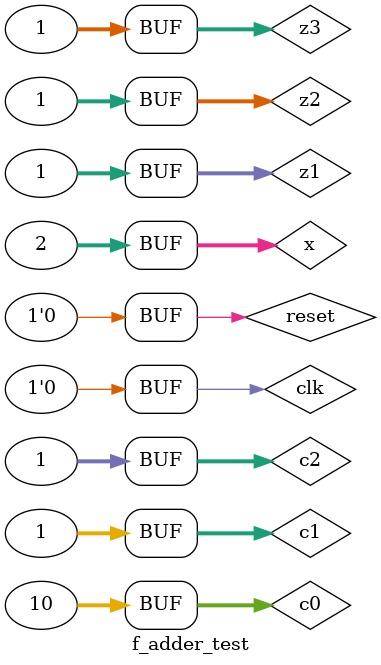
<source format=v>

module mul32ff #(parameter W = 31)
  ( input clk,
    input reset,
   input [W:0] x, y,
   output reg [W:0] z );
  
   // {c,z} = x*y
  always @(posedge clk) begin
    if (reset)
      z <=0;
    else 
    	z <= x*y;
  
  end
endmodule 



module add32ff 
  (input clk,
   input reset,
    input [31:0] x,y,
   output reg [31:0] z);
  //assign z = x+y;
  always @(posedge clk) begin
    if (reset) begin
      z <= 0;
      
    end
    
    else begin
       z  <= x+y;
    end 
  end
  
endmodule 

module for_horner
  (input clk,
   input reset,
    input [31:0]c0,c1,c2, 
    input [31:0] x,
   output wire [31:0] z);
  
  wire [31:0] z1, z2, z3;
  wire [31:0] b = x*x;
  
  mul32ff u1(clk,reset,x,c1,z1);
  mul32ff u2(clk,reset,b,c2,z2);
  add32ff u3(clk,reset,z1,c0,z3);
  add32ff u4(clk,reset,z3,z2,z);
  
  
endmodule


//testbench

// Code your testbench here
// or browse Examples
`timescale 1ns / 1ns
`include "squ_r.v"

module f_adder_test();
  reg clk, reset;
  reg [31:0] c0,c1,c2,z1,z2,z3,x;
  wire [31:0] z;
  
  //mul32ff a1(x,c1, z);
  //add32ff a1(x,y, z);
  for_horner a1(.clk(clk), 
                .reset(reset),
                .c0(c0),
                .c1(c1),
                .c2(c2),
                .x(x),.z(z));
  
    initial begin
    clk = 0;
    #1 clk = ~clk;
    #1 clk = ~clk;
    #1 clk = ~clk;
    #1 clk = ~clk;
    #1 clk = ~clk;
    #1 clk = ~clk;
    #1 clk = ~clk;
    #1 clk = ~clk;
    #1 clk = ~clk;
    #1 clk = ~clk;
    #1 clk = ~clk;
    #1 clk = ~clk;
    #1 clk = ~clk;
    #1 clk = ~clk;
    #1 clk = ~clk;
    #1 clk = ~clk;
  end
   initial
  	 begin
	  $dumpfile("sq.tb.vcd"); $dumpvars(0,f_adder_test);
      reset=0;
      c0=0; c1 = 0;c2=0;z1=0; z2=0; z3=0; x=0;
       
      #2 reset =0;
       #5 c0=4'ha; c1 = 4'h1;c2=4'h1;z1=4'h1; z2=4'h1; z3=4'h1; x=1;
      #3reset=0;
      #10c0=4'ha; c1 = 4'h1;c2=4'h1;z1=4'h1; z2=4'h1; z3=4'h1; x=2;
      
      
    end
endmodule 

</source>
